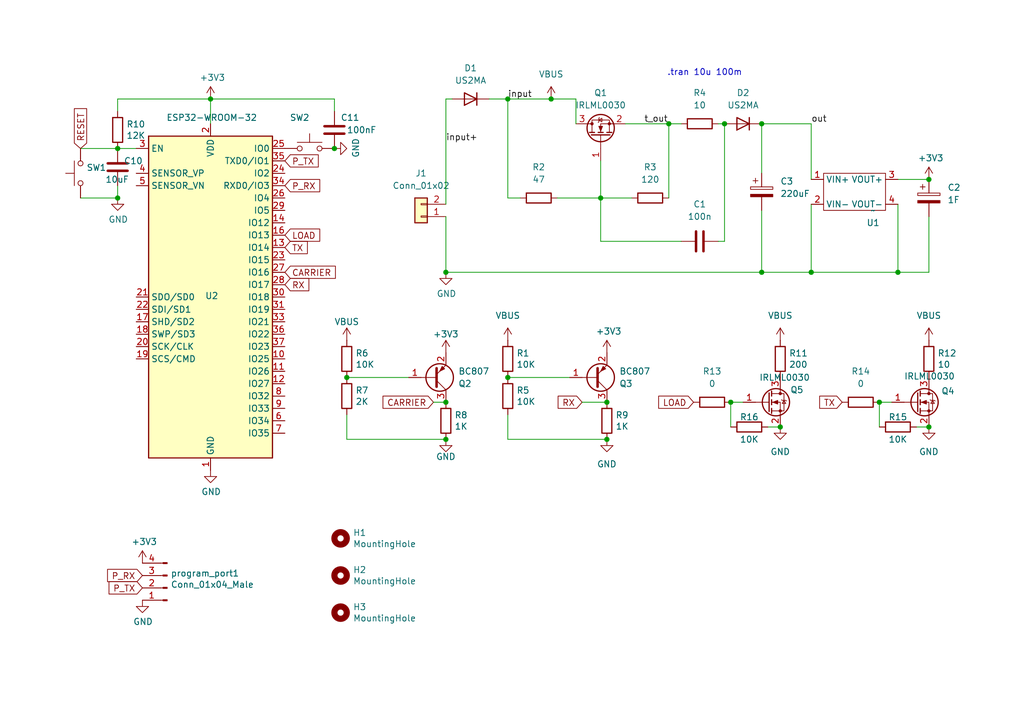
<source format=kicad_sch>
(kicad_sch (version 20250114) (generator "eeschema") (generator_version "9.0")
  (paper "A5")
  (title_block (title "Siedle In-Home Bus client") (date "2025-07-27") (rev "v4"))
  (lib_symbols
    (symbol "Connector:Conn_01x04_Male" (pin_names (offset 1.016) (hide yes))
      (property "Reference" "J" (at 0 5.08 0))
      (property "Value" "Conn_01x04_Male" (at 0 -7.62 0))
      (symbol "Conn_01x04_Male_1_1"
        (rectangle (start 0.8636 2.667) (end 0 2.413) (stroke (width 0.1524)) (fill (type outline)))
        (rectangle (start 0.8636 0.127) (end 0 -0.127) (stroke (width 0.1524)) (fill (type outline)))
        (rectangle (start 0.8636 -2.413) (end 0 -2.667) (stroke (width 0.1524)) (fill (type outline)))
        (rectangle (start 0.8636 -4.953) (end 0 -5.207) (stroke (width 0.1524)) (fill (type outline)))
        (polyline (pts (xy 1.27 2.54) (xy 0.8636 2.54)) (stroke (width 0.1524)))
        (polyline (pts (xy 1.27 0) (xy 0.8636 0)) (stroke (width 0.1524)))
        (polyline (pts (xy 1.27 -2.54) (xy 0.8636 -2.54)) (stroke (width 0.1524)))
        (polyline (pts (xy 1.27 -5.08) (xy 0.8636 -5.08)) (stroke (width 0.1524)))
        (pin passive line (at 5.08 2.54 180) (length 3.81) (name "Pin_1") (number "1"))
        (pin passive line (at 5.08 0 180) (length 3.81) (name "Pin_2") (number "2"))
        (pin passive line (at 5.08 -2.54 180) (length 3.81) (name "Pin_3") (number "3"))
        (pin passive line (at 5.08 -5.08 180) (length 3.81) (name "Pin_4") (number "4"))
      )
    )
    (symbol "Connector_Generic:Conn_01x02" (pin_names (offset 1.016) (hide yes))
      (property "Reference" "J" (at 0 2.54 0))
      (property "Value" "Conn_01x02" (at 0 -5.08 0))
      (symbol "Conn_01x02_1_1"
        (rectangle (start -1.27 1.27) (end 1.27 -3.81) (stroke (width 0.254)) (fill (type background)))
        (rectangle (start -1.27 0.127) (end 0 -0.127) (stroke (width 0.1524)))
        (rectangle (start -1.27 -2.413) (end 0 -2.667) (stroke (width 0.1524)))
        (pin passive line (at -5.08 0 0) (length 3.81) (name "Pin_1") (number "1"))
        (pin passive line (at -5.08 -2.54 0) (length 3.81) (name "Pin_2") (number "2"))
      )
    )
    (symbol "Converter_DCDC:Step-down_Buck_Power_MP1584EN_Module"
      (property "Reference" "MP1584" (at 0 0 0))
      (symbol "Step-down_Buck_Power_MP1584EN_Module_0_1"
        (rectangle (start -6.35 3.81) (end 6.35 -3.81))
      )
      (symbol "Step-down_Buck_Power_MP1584EN_Module_1_1"
        (pin input line (at -8.89 2.54 0) (length 2.54) (name "VIN-") (number "2"))
        (pin input line (at -8.89 -2.54 0) (length 2.54) (name "VIN+") (number "1"))
        (pin output line (at 8.89 2.54 180) (length 2.54) (name "VOUT-") (number "4"))
        (pin output line (at 8.89 -2.54 180) (length 2.54) (name "VOUT+") (number "3"))
      )
    )
    (symbol "Device:C" (pin_numbers (hide yes)) (pin_names (offset 0.254))
      (property "Reference" "C" (at 0.635 2.54 0))
      (property "Value" "C" (at 0.635 -2.54 0))
      (symbol "C_0_1"
        (polyline (pts (xy -2.032 0.762) (xy 2.032 0.762)) (stroke (width 0.508)))
        (polyline (pts (xy -2.032 -0.762) (xy 2.032 -0.762)) (stroke (width 0.508)))
      )
      (symbol "C_1_1"
        (pin passive line (at 0 3.81 270) (length 2.794) (name "~") (number "1"))
        (pin passive line (at 0 -3.81 90) (length 2.794) (name "~") (number "2"))
      )
    )
    (symbol "Device:C_Polarized" (pin_numbers (hide yes)) (pin_names (offset 0.254))
      (property "Reference" "C" (at 0.635 2.54 0))
      (property "Value" "C_Polarized" (at 0.635 -2.54 0))
      (symbol "C_Polarized_0_1"
        (rectangle (start -2.286 0.508) (end 2.286 1.016))
        (polyline (pts (xy -1.778 2.286) (xy -0.762 2.286)))
        (polyline (pts (xy -1.27 2.794) (xy -1.27 1.778)))
        (rectangle (start 2.286 -0.508) (end -2.286 -1.016) (fill (type outline)))
      )
      (symbol "C_Polarized_1_1"
        (pin passive line (at 0 3.81 270) (length 2.794) (name "~") (number "1"))
        (pin passive line (at 0 -3.81 90) (length 2.794) (name "~") (number "2"))
      )
    )
    (symbol "Device:R" (pin_numbers (hide yes)) (pin_names (offset 0))
      (property "Reference" "R" (at 2.032 0 90))
      (property "Value" "R" (at 0 0 90))
      (symbol "R_0_1"
        (rectangle (start -1.016 -2.54) (end 1.016 2.54) (stroke (width 0.254)))
      )
      (symbol "R_1_1"
        (pin passive line (at 0 3.81 270) (length 1.27) (name "~") (number "1"))
        (pin passive line (at 0 -3.81 90) (length 1.27) (name "~") (number "2"))
      )
    )
    (symbol "Diode:US2MA" (pin_numbers (hide yes)) (pin_names (hide yes))
      (property "Reference" "D" (at 0 2.54 0))
      (property "Value" "US2MA" (at 0 -2.54 0))
      (symbol "US2MA_0_1"
        (polyline (pts (xy -1.27 1.27) (xy -1.27 -1.27)) (stroke (width 0.254)))
        (polyline (pts (xy 1.27 1.27) (xy 1.27 -1.27) (xy -1.27 0) (xy 1.27 1.27)) (stroke (width 0.254)))
        (polyline (pts (xy 1.27 0) (xy -1.27 0)))
      )
      (symbol "US2MA_1_1"
        (pin passive line (at -3.81 0 0) (length 2.54) (name "K") (number "1"))
        (pin passive line (at 3.81 0 180) (length 2.54) (name "A") (number "2"))
      )
    )
    (symbol "GND_2" (power) (pin_numbers (hide yes)) (pin_names (offset 0) (hide yes))
      (property "Value" "GND" (at 0 -3.81 0))
      (symbol "GND_2_0_1"
        (polyline (pts (xy 0 0) (xy 0 -1.27) (xy 1.27 -1.27) (xy 0 -2.54) (xy -1.27 -1.27) (xy 0 -1.27)))
      )
      (symbol "GND_2_1_1"
        (pin power_in line (at 0 0 270) (length 0) (name "~") (number "1"))
      )
    )
    (symbol "Mechanical:MountingHole" (pin_names (offset 1.016))
      (property "Reference" "H" (at 0 5.08 0))
      (property "Value" "MountingHole" (at 0 3.175 0))
      (symbol "MountingHole_0_1"
        (circle (center 0 0) (radius 1.27) (stroke (width 1.27)))
      )
    )
    (symbol "RF_Module:ESP32-WROOM-32"
      (property "Reference" "U" (at -12.7 34.29 0))
      (property "Value" "ESP32-WROOM-32" (at 1.27 34.29 0))
      (symbol "ESP32-WROOM-32_0_1"
        (rectangle (start -12.7 33.02) (end 12.7 -33.02) (stroke (width 0.254)) (fill (type background)))
      )
      (symbol "ESP32-WROOM-32_1_1"
        (pin input line (at -15.24 30.48 0) (length 2.54) (name "EN") (number "3"))
        (pin input line (at -15.24 25.4 0) (length 2.54) (name "SENSOR_VP") (number "4"))
        (pin input line (at -15.24 22.86 0) (length 2.54) (name "SENSOR_VN") (number "5"))
        (pin bidirectional line (at -15.24 0 0) (length 2.54) (name "SDO/SD0") (number "21"))
        (pin bidirectional line (at -15.24 -2.54 0) (length 2.54) (name "SDI/SD1") (number "22"))
        (pin bidirectional line (at -15.24 -5.08 0) (length 2.54) (name "SHD/SD2") (number "17"))
        (pin bidirectional line (at -15.24 -7.62 0) (length 2.54) (name "SWP/SD3") (number "18"))
        (pin bidirectional line (at -15.24 -10.16 0) (length 2.54) (name "SCK/CLK") (number "20"))
        (pin bidirectional line (at -15.24 -12.7 0) (length 2.54) (name "SCS/CMD") (number "19"))
        (pin no_connect line (at -12.7 -27.94 0) (length 2.54) (hide yes) (name "NC") (number "32"))
        (pin power_in line (at 0 35.56 270) (length 2.54) (name "VDD") (number "2"))
        (pin power_in line (at 0 -35.56 90) (length 2.54) (name "GND") (number "1"))
        (pin passive line (at 0 -35.56 90) (length 2.54) (hide yes) (name "GND") (number "15"))
        (pin passive line (at 0 -35.56 90) (length 2.54) (hide yes) (name "GND") (number "38"))
        (pin passive line (at 0 -35.56 90) (length 2.54) (hide yes) (name "GND") (number "39"))
        (pin bidirectional line (at 15.24 30.48 180) (length 2.54) (name "IO0") (number "25"))
        (pin bidirectional line (at 15.24 27.94 180) (length 2.54) (name "TXD0/IO1") (number "35"))
        (pin bidirectional line (at 15.24 25.4 180) (length 2.54) (name "IO2") (number "24"))
        (pin bidirectional line (at 15.24 22.86 180) (length 2.54) (name "RXD0/IO3") (number "34"))
        (pin bidirectional line (at 15.24 20.32 180) (length 2.54) (name "IO4") (number "26"))
        (pin bidirectional line (at 15.24 17.78 180) (length 2.54) (name "IO5") (number "29"))
        (pin bidirectional line (at 15.24 15.24 180) (length 2.54) (name "IO12") (number "14"))
        (pin bidirectional line (at 15.24 12.7 180) (length 2.54) (name "IO13") (number "16"))
        (pin bidirectional line (at 15.24 10.16 180) (length 2.54) (name "IO14") (number "13"))
        (pin bidirectional line (at 15.24 7.62 180) (length 2.54) (name "IO15") (number "23"))
        (pin bidirectional line (at 15.24 5.08 180) (length 2.54) (name "IO16") (number "27"))
        (pin bidirectional line (at 15.24 2.54 180) (length 2.54) (name "IO17") (number "28"))
        (pin bidirectional line (at 15.24 0 180) (length 2.54) (name "IO18") (number "30"))
        (pin bidirectional line (at 15.24 -2.54 180) (length 2.54) (name "IO19") (number "31"))
        (pin bidirectional line (at 15.24 -5.08 180) (length 2.54) (name "IO21") (number "33"))
        (pin bidirectional line (at 15.24 -7.62 180) (length 2.54) (name "IO22") (number "36"))
        (pin bidirectional line (at 15.24 -10.16 180) (length 2.54) (name "IO23") (number "37"))
        (pin bidirectional line (at 15.24 -12.7 180) (length 2.54) (name "IO25") (number "10"))
        (pin bidirectional line (at 15.24 -15.24 180) (length 2.54) (name "IO26") (number "11"))
        (pin bidirectional line (at 15.24 -17.78 180) (length 2.54) (name "IO27") (number "12"))
        (pin bidirectional line (at 15.24 -20.32 180) (length 2.54) (name "IO32") (number "8"))
        (pin bidirectional line (at 15.24 -22.86 180) (length 2.54) (name "IO33") (number "9"))
        (pin input line (at 15.24 -25.4 180) (length 2.54) (name "IO34") (number "6"))
        (pin input line (at 15.24 -27.94 180) (length 2.54) (name "IO35") (number "7"))
      )
    )
    (symbol "Switch:SW_Push" (pin_numbers (hide yes)) (pin_names (offset 1.016) (hide yes))
      (property "Reference" "SW" (at 1.27 2.54 0))
      (property "Value" "SW_Push" (at 0 -1.524 0))
      (symbol "SW_Push_0_1"
        (circle (center -2.032 0) (radius 0.508))
        (polyline (pts (xy 0 1.27) (xy 0 3.048)))
        (circle (center 2.032 0) (radius 0.508))
        (polyline (pts (xy 2.54 1.27) (xy -2.54 1.27)))
        (pin passive line (at -5.08 0 0) (length 2.54) (name "1") (number "1"))
        (pin passive line (at 5.08 0 180) (length 2.54) (name "2") (number "2"))
      )
    )
    (symbol "Transistor_BJT:BC807" (pin_names (offset 0) (hide yes))
      (property "Reference" "Q" (at 5.08 1.905 0))
      (property "Value" "BC807" (at 5.08 0 0))
      (symbol "BC807_0_1"
        (polyline (pts (xy -2.54 0) (xy 0.635 0)))
        (polyline (pts (xy 0.635 1.905) (xy 0.635 -1.905)) (stroke (width 0.508)))
        (polyline (pts (xy 0.635 0.635) (xy 2.54 2.54)))
        (polyline (pts (xy 0.635 -0.635) (xy 2.54 -2.54)))
        (circle (center 1.27 0) (radius 2.8194) (stroke (width 0.254)))
        (polyline (pts (xy 2.286 -1.778) (xy 1.778 -2.286) (xy 1.27 -1.27) (xy 2.286 -1.778)) (fill (type outline)))
      )
      (symbol "BC807_1_1"
        (pin input line (at -5.08 0 0) (length 2.54) (name "B") (number "1"))
        (pin passive line (at 2.54 5.08 270) (length 2.54) (name "C") (number "3"))
        (pin passive line (at 2.54 -5.08 90) (length 2.54) (name "E") (number "2"))
      )
    )
    (symbol "Transistor_FET:IRLML2060" (pin_names (hide yes))
      (property "Reference" "Q" (at 5.08 1.905 0))
      (property "Value" "IRLML2060" (at 5.08 0 0))
      (symbol "IRLML2060_0_1"
        (polyline (pts (xy 0.254 1.905) (xy 0.254 -1.905)) (stroke (width 0.254)))
        (polyline (pts (xy 0.254 0) (xy -2.54 0)))
        (polyline (pts (xy 0.762 2.286) (xy 0.762 1.27)) (stroke (width 0.254)))
        (polyline (pts (xy 0.762 0.508) (xy 0.762 -0.508)) (stroke (width 0.254)))
        (polyline (pts (xy 0.762 -1.27) (xy 0.762 -2.286)) (stroke (width 0.254)))
        (polyline (pts (xy 0.762 -1.778) (xy 3.302 -1.778) (xy 3.302 1.778) (xy 0.762 1.778)))
        (polyline (pts (xy 1.016 0) (xy 2.032 0.381) (xy 2.032 -0.381) (xy 1.016 0)) (fill (type outline)))
        (circle (center 1.651 0) (radius 2.794) (stroke (width 0.254)))
        (polyline (pts (xy 2.54 2.54) (xy 2.54 1.778)))
        (circle (center 2.54 1.778) (radius 0.254) (fill (type outline)))
        (circle (center 2.54 -1.778) (radius 0.254) (fill (type outline)))
        (polyline (pts (xy 2.54 -2.54) (xy 2.54 0) (xy 0.762 0)))
        (polyline (pts (xy 2.794 0.508) (xy 2.921 0.381) (xy 3.683 0.381) (xy 3.81 0.254)))
        (polyline (pts (xy 3.302 0.381) (xy 2.921 -0.254) (xy 3.683 -0.254) (xy 3.302 0.381)))
      )
      (symbol "IRLML2060_1_1"
        (pin input line (at -5.08 0 0) (length 2.54) (name "G") (number "1"))
        (pin passive line (at 2.54 5.08 270) (length 2.54) (name "D") (number "3"))
        (pin passive line (at 2.54 -5.08 90) (length 2.54) (name "S") (number "2"))
      )
    )
    (symbol "power:+3.3V" (power) (pin_names (offset 0))
      (property "Value" "+3.3V" (at 0 3.556 0))
      (symbol "+3.3V_0_1"
        (polyline (pts (xy -0.762 1.27) (xy 0 2.54)))
        (polyline (pts (xy 0 2.54) (xy 0.762 1.27)))
        (polyline (pts (xy 0 0) (xy 0 2.54)))
      )
      (symbol "+3.3V_1_1"
        (pin power_in line (at 0 0 90) (length 0) (hide yes) (name "+3V3") (number "1"))
      )
    )
    (symbol "power:GND" (power) (pin_names (offset 0))
      (property "Value" "GND" (at 0 -3.81 0))
      (symbol "GND_0_1"
        (polyline (pts (xy 0 0) (xy 0 -1.27) (xy 1.27 -1.27) (xy 0 -2.54) (xy -1.27 -1.27) (xy 0 -1.27)))
      )
      (symbol "GND_1_1"
        (pin power_in line (at 0 0 270) (length 0) (hide yes) (name "GND") (number "1"))
      )
    )
    (symbol "power:VBUS" (power) (pin_numbers (hide yes)) (pin_names (offset 0) (hide yes))
      (property "Value" "VBUS" (at 0 3.556 0))
      (symbol "VBUS_0_1"
        (polyline (pts (xy -0.762 1.27) (xy 0 2.54)))
        (polyline (pts (xy 0 2.54) (xy 0.762 1.27)))
        (polyline (pts (xy 0 0) (xy 0 2.54)))
      )
      (symbol "VBUS_1_1"
        (pin power_in line (at 0 0 90) (length 0) (name "~") (number "1"))
      )
    )
  )
  (text ".tran 10u 100m" (at 144.526 14.986 0) (effects (font (size 1.27 1.27))))
  (junction (at 104.14 77.47))
  (junction (at 43.18 20.32))
  (junction (at 180.34 82.55))
  (junction (at 24.13 40.64))
  (junction (at 91.44 90.17))
  (junction (at 149.86 82.55))
  (junction (at 71.12 77.47))
  (junction (at 190.5 36.83))
  (junction (at 160.02 87.63))
  (junction (at 104.14 20.32))
  (junction (at 124.46 82.55))
  (junction (at 156.21 25.4))
  (junction (at 184.15 55.88))
  (junction (at 166.37 55.88))
  (junction (at 91.44 82.55))
  (junction (at 148.59 25.4))
  (junction (at 113.03 20.32))
  (junction (at 68.58 30.48))
  (junction (at 124.46 90.17))
  (junction (at 91.44 55.88))
  (junction (at 123.19 40.64))
  (junction (at 190.5 87.63))
  (junction (at 156.21 55.88))
  (junction (at 24.13 30.48))
  (junction (at 137.16 25.4))
  (wire (pts (xy 147.32 49.53) (xy 148.59 49.53)))
  (wire (pts (xy 24.13 22.86) (xy 24.13 20.32)))
  (wire (pts (xy 88.9 82.55) (xy 91.44 82.55)))
  (wire (pts (xy 190.5 44.45) (xy 190.5 55.88)))
  (wire (pts (xy 68.58 20.32) (xy 68.58 22.86)))
  (wire (pts (xy 91.44 44.45) (xy 91.44 55.88)))
  (wire (pts (xy 137.16 25.4) (xy 139.7 25.4)))
  (wire (pts (xy 156.21 25.4) (xy 156.21 35.56)))
  (wire (pts (xy 147.32 25.4) (xy 148.59 25.4)))
  (wire (pts (xy 119.38 82.55) (xy 124.46 82.55)))
  (wire (pts (xy 43.18 20.32) (xy 68.58 20.32)))
  (wire (pts (xy 91.44 41.91) (xy 91.44 20.32)))
  (wire (pts (xy 149.86 82.55) (xy 152.4 82.55)))
  (wire (pts (xy 16.51 40.64) (xy 24.13 40.64)))
  (wire (pts (xy 156.21 55.88) (xy 166.37 55.88)))
  (wire (pts (xy 128.27 25.4) (xy 137.16 25.4)))
  (wire (pts (xy 104.14 20.32) (xy 113.03 20.32)))
  (wire (pts (xy 71.12 85.09) (xy 71.12 90.17)))
  (wire (pts (xy 104.14 85.09) (xy 104.14 90.17)))
  (wire (pts (xy 24.13 30.48) (xy 27.94 30.48)))
  (wire (pts (xy 118.11 20.32) (xy 118.11 25.4)))
  (wire (pts (xy 91.44 20.32) (xy 92.71 20.32)))
  (wire (pts (xy 123.19 40.64) (xy 123.19 49.53)))
  (wire (pts (xy 137.16 25.4) (xy 137.16 40.64)))
  (wire (pts (xy 71.12 90.17) (xy 91.44 90.17)))
  (wire (pts (xy 100.33 20.32) (xy 104.14 20.32)))
  (wire (pts (xy 104.14 77.47) (xy 116.84 77.47)))
  (wire (pts (xy 104.14 40.64) (xy 106.68 40.64)))
  (wire (pts (xy 180.34 82.55) (xy 180.34 87.63)))
  (wire (pts (xy 113.03 20.32) (xy 118.11 20.32)))
  (wire (pts (xy 148.59 49.53) (xy 148.59 25.4)))
  (wire (pts (xy 24.13 20.32) (xy 43.18 20.32)))
  (wire (pts (xy 104.14 20.32) (xy 104.14 40.64)))
  (wire (pts (xy 166.37 25.4) (xy 156.21 25.4)))
  (wire (pts (xy 187.96 87.63) (xy 190.5 87.63)))
  (wire (pts (xy 156.21 43.18) (xy 156.21 55.88)))
  (wire (pts (xy 114.3 40.64) (xy 123.19 40.64)))
  (wire (pts (xy 184.15 41.91) (xy 184.15 55.88)))
  (wire (pts (xy 149.86 82.55) (xy 149.86 87.63)))
  (wire (pts (xy 166.37 55.88) (xy 184.15 55.88)))
  (wire (pts (xy 91.44 55.88) (xy 156.21 55.88)))
  (wire (pts (xy 104.14 90.17) (xy 124.46 90.17)))
  (wire (pts (xy 123.19 40.64) (xy 129.54 40.64)))
  (wire (pts (xy 123.19 33.02) (xy 123.19 40.64)))
  (wire (pts (xy 24.13 40.64) (xy 24.13 38.1)))
  (wire (pts (xy 190.5 55.88) (xy 184.15 55.88)))
  (wire (pts (xy 43.18 20.32) (xy 43.18 25.4)))
  (wire (pts (xy 180.34 82.55) (xy 182.88 82.55)))
  (wire (pts (xy 166.37 41.91) (xy 166.37 55.88)))
  (wire (pts (xy 71.12 77.47) (xy 83.82 77.47)))
  (wire (pts (xy 157.48 87.63) (xy 160.02 87.63)))
  (wire (pts (xy 16.51 30.48) (xy 24.13 30.48)))
  (wire (pts (xy 123.19 49.53) (xy 139.7 49.53)))
  (wire (pts (xy 184.15 36.83) (xy 190.5 36.83)))
  (wire (pts (xy 166.37 36.83) (xy 166.37 25.4)))
  (label "input" (at 104.14 20.32 0))
  (label "t_out" (at 132.08 25.4 0))
  (label "input+" (at 91.44 29.21 0))
  (label "out" (at 166.37 25.4 0))
  (global_label "RX" (shape input) (at 58.42 58.42 0) (property "Intersheetrefs" "${INTERSHEET_REFS}" (effects (hide yes))))
  (global_label "P_TX" (shape input) (at 58.42 33.02 0) (property "Intersheetrefs" "${INTERSHEET_REFS}" (effects (hide yes))))
  (global_label "LOAD" (shape input) (at 142.24 82.55 180) (property "Intersheetrefs" "${INTERSHEET_REFS}" (effects (hide yes))))
  (global_label "P_RX" (shape input) (at 58.42 38.1 0) (property "Intersheetrefs" "${INTERSHEET_REFS}" (effects (hide yes))))
  (global_label "RESET" (shape input) (at 16.51 30.48 90) (property "Intersheetrefs" "${INTERSHEET_REFS}" (effects (hide yes))))
  (global_label "LOAD" (shape input) (at 58.42 48.26 0) (property "Intersheetrefs" "${INTERSHEET_REFS}" (effects (hide yes))))
  (global_label "P_TX" (shape input) (at 29.21 120.65 180) (property "Intersheetrefs" "${INTERSHEET_REFS}" (effects (hide yes))))
  (global_label "CARRIER" (shape input) (at 58.42 55.88 0) (property "Intersheetrefs" "${INTERSHEET_REFS}" (effects (hide yes))))
  (global_label "TX" (shape input) (at 58.42 50.8 0) (property "Intersheetrefs" "${INTERSHEET_REFS}" (effects (hide yes))))
  (global_label "P_RX" (shape input) (at 29.21 118.11 180) (property "Intersheetrefs" "${INTERSHEET_REFS}" (effects (hide yes))))
  (global_label "CARRIER" (shape input) (at 88.9 82.55 180) (property "Intersheetrefs" "${INTERSHEET_REFS}" (effects (hide yes))))
  (global_label "TX" (shape input) (at 172.72 82.55 180) (property "Intersheetrefs" "${INTERSHEET_REFS}" (effects (hide yes))))
  (global_label "RX" (shape input) (at 119.38 82.55 180) (property "Intersheetrefs" "${INTERSHEET_REFS}" (effects (hide yes))))
  (symbol (lib_id "Switch:SW_Push") (at 16.51 35.56 90) (unit 1)
    (property "Reference" "SW1" (at 17.7292 34.3916 90) (effects (justify right)))
    (property "Value" "RESET" (effects (hide yes)))
    (property "Footprint" "Button_Switch_SMD:SW_SPST_PTS810" (effects (hide yes)))
  )
  (symbol (lib_id "Device:R") (at 110.49 40.64 90) (unit 1)
    (property "Reference" "R2" (at 110.49 34.29 90))
    (property "Value" "47" (at 110.49 36.83 90))
    (property "Footprint" "Resistor_SMD:R_0805_2012Metric" (effects (hide yes)))
    (property "Description" "Resistor" (effects (hide yes)))
  )
  (symbol (lib_id "Connector:Conn_01x04_Male") (at 34.29 120.65 180) (unit 1)
    (property "Reference" "program_port1" (at 35.0012 117.6528 0) (effects (justify right)))
    (property "Value" "Conn_01x04_Male" (at 35.0012 119.9642 0) (effects (justify right)))
    (property "Footprint" "Connector_PinHeader_2.54mm:PinHeader_1x04_P2.54mm_Vertical" (effects (hide yes)))
  )
  (symbol (lib_id "power:VBUS") (at 160.02 69.85 0) (unit 1)
    (property "Reference" "#PWR012" (effects (hide yes)))
    (property "Value" "VBUS" (at 160.02 64.77 0))
    (property "Description" "Power symbol creates a global label with name \"VBUS\"" (effects (hide yes)))
  )
  (symbol (lib_id "Diode:US2MA") (at 96.52 20.32 180) (unit 1)
    (property "Reference" "D1" (at 96.52 13.97 0))
    (property "Value" "US2MA" (at 96.52 16.51 0))
    (property "Footprint" "Diode_SMD:D_SMA" (effects (hide yes)))
    (property "Datasheet" "https://www.onsemi.com/pub/Collateral/US2AA-D.PDF" (effects (hide yes)))
    (property "Description" "1000V, 1.5A, General Purpose Rectifier Diode, SMA(DO-214AC)" (effects (hide yes)))
    (property "Sim.Device" "D" (effects (hide yes)))
    (property "Sim.Pins" "1=K 2=A" (effects (hide yes)))
  )
  (symbol (lib_id "Device:C_Polarized") (at 156.21 39.37 0) (unit 1)
    (property "Reference" "C3" (at 160.02 37.2109 0) (effects (justify left)))
    (property "Value" "220uF" (at 160.02 39.7509 0) (effects (justify left)))
    (property "Footprint" "Capacitor_SMD:CP_Elec_8x10.5" (effects (hide yes)))
    (property "Description" "Polarized capacitor" (effects (hide yes)))
  )
  (symbol (lib_id "Device:R") (at 190.5 73.66 0) (unit 1)
    (property "Reference" "R12" (at 192.278 72.4916 0) (effects (justify left)))
    (property "Value" "10" (at 192.278 74.803 0) (effects (justify left)))
    (property "Footprint" "Resistor_SMD:R_0805_2012Metric" (effects (hide yes)))
  )
  (symbol (lib_id "Transistor_BJT:BC807") (at 88.9 77.47 0) (mirror x) (unit 1)
    (property "Reference" "Q2" (at 93.98 78.7401 0) (effects (justify left)))
    (property "Value" "BC807" (at 93.98 76.2001 0) (effects (justify left)))
    (property "Footprint" "Package_TO_SOT_SMD:SOT-23" (effects (hide yes)))
    (property "Datasheet" "https://www.onsemi.com/pub/Collateral/BC808-D.pdf" (effects (hide yes)))
    (property "Description" "0.8A Ic, 45V Vce, PNP Transistor, SOT-23" (effects (hide yes)))
  )
  (symbol (lib_id "Device:R") (at 104.14 81.28 0) (unit 1)
    (property "Reference" "R5" (at 105.918 80.1116 0) (effects (justify left)))
    (property "Value" "10K" (at 105.918 82.423 0) (effects (justify left)))
    (property "Footprint" "Resistor_SMD:R_0805_2012Metric" (effects (hide yes)))
  )
  (symbol (lib_id "power:+3.3V") (at 29.21 115.57 0) (unit 1)
    (property "Reference" "#PWR0102" (effects (hide yes)))
    (property "Value" "+3V3" (at 29.591 111.1758 0))
  )
  (symbol (lib_id "Device:C") (at 68.58 26.67 180) (unit 1)
    (property "Reference" "C11" (at 69.85 24.13 0) (effects (justify right)))
    (property "Value" "100nF" (at 71.12 26.67 0) (effects (justify right)))
    (property "Footprint" "Capacitor_SMD:C_0805_2012Metric" (effects (hide yes)))
  )
  (symbol (lib_id "Mechanical:MountingHole") (at 69.85 118.11 0) (unit 1)
    (property "Reference" "H2" (at 72.39 116.9416 0) (effects (justify left)))
    (property "Value" "MountingHole" (at 72.39 119.253 0) (effects (justify left)))
    (property "Footprint" "MountingHole:MountingHole_2.2mm_M2" (effects (hide yes)))
  )
  (symbol (lib_name "GND_2") (lib_id "power:GND") (at 91.44 90.17 0) (unit 1)
    (property "Reference" "#PWR010" (effects (hide yes)))
    (property "Value" "GND" (at 91.44 93.726 0))
    (property "Description" "Power symbol creates a global label with name \"GND\" , ground" (effects (hide yes)))
  )
  (symbol (lib_id "Device:R") (at 153.67 87.63 90) (unit 1)
    (property "Reference" "R16" (at 153.67 85.598 90))
    (property "Value" "10K" (at 153.67 90.17 90))
    (property "Footprint" "Resistor_SMD:R_0805_2012Metric" (effects (hide yes)))
    (property "Description" "Resistor" (effects (hide yes)))
  )
  (symbol (lib_name "GND_2") (lib_id "power:GND") (at 160.02 87.63 0) (unit 1)
    (property "Reference" "#PWR08" (effects (hide yes)))
    (property "Value" "GND" (at 160.02 92.71 0))
    (property "Description" "Power symbol creates a global label with name \"GND\" , ground" (effects (hide yes)))
  )
  (symbol (lib_id "power:GND") (at 91.44 55.88 0) (unit 1)
    (property "Reference" "#PWR01" (effects (hide yes)))
    (property "Value" "GND" (at 91.567 60.2742 0))
  )
  (symbol (lib_id "RF_Module:ESP32-WROOM-32") (at 43.18 60.96 0) (unit 1)
    (property "Reference" "U2" (at 43.434 60.706 0))
    (property "Value" "ESP32-WROOM-32" (at 43.434 24.13 0))
    (property "Footprint" "RF_Module:ESP32-WROOM-32" (effects (hide yes)))
    (property "Datasheet" "https://www.espressif.com/sites/default/files/documentation/esp32-wroom-32_datasheet_en.pdf" (effects (hide yes)))
  )
  (symbol (lib_id "Device:R") (at 146.05 82.55 90) (unit 1)
    (property "Reference" "R13" (at 146.05 76.2 90))
    (property "Value" "0" (at 146.05 78.74 90))
    (property "Footprint" "Resistor_SMD:R_0805_2012Metric" (effects (hide yes)))
    (property "Description" "Resistor" (effects (hide yes)))
  )
  (symbol (lib_id "power:VBUS") (at 104.14 69.85 0) (unit 1)
    (property "Reference" "#PWR05" (effects (hide yes)))
    (property "Value" "VBUS" (at 104.14 64.77 0))
    (property "Description" "Power symbol creates a global label with name \"VBUS\"" (effects (hide yes)))
  )
  (symbol (lib_id "Mechanical:MountingHole") (at 69.85 110.49 0) (unit 1)
    (property "Reference" "H1" (at 72.39 109.3216 0) (effects (justify left)))
    (property "Value" "MountingHole" (at 72.39 111.633 0) (effects (justify left)))
    (property "Footprint" "MountingHole:MountingHole_2.2mm_M2" (effects (hide yes)))
  )
  (symbol (lib_id "power:GND") (at 68.58 30.48 90) (unit 1)
    (property "Reference" "#PWR0108" (effects (hide yes)))
    (property "Value" "GND" (at 72.9742 30.353 0))
  )
  (symbol (lib_id "Transistor_FET:IRLML2060") (at 123.19 27.94 90) (unit 1)
    (property "Reference" "Q1" (at 123.19 19.05 90))
    (property "Value" "IRLML0030" (at 123.19 21.59 90))
    (property "Footprint" "Package_TO_SOT_SMD:SOT-23" (effects (hide yes)))
    (property "Datasheet" "https://www.infineon.com/dgdl/irlml2060pbf.pdf?fileId=5546d462533600a401535664b7fb25ee" (effects (hide yes)))
    (property "Description" "1.2A Id, 60V Vds, 480mOhm Rds, N-Channel HEXFET Power MOSFET, SOT-23" (effects (hide yes)))
    (property "Sim.Library" "/Users/angel/Downloads/irlz34n.spi" (effects (hide yes)))
    (property "Sim.Name" "irlz34n" (effects (hide yes)))
    (property "Sim.Device" "SUBCKT" (effects (hide yes)))
    (property "Sim.Pins" "1=1 2=2 3=3" (effects (hide yes)))
  )
  (symbol (lib_id "power:VBUS") (at 113.03 20.32 0) (unit 1)
    (property "Reference" "#PWR06" (effects (hide yes)))
    (property "Value" "VBUS" (at 113.03 15.24 0))
    (property "Description" "Power symbol creates a global label with name \"VBUS\"" (effects (hide yes)))
  )
  (symbol (lib_id "power:+3.3V") (at 124.46 72.39 0) (unit 1)
    (property "Reference" "#PWR04" (effects (hide yes)))
    (property "Value" "+3V3" (at 124.841 67.9958 0))
  )
  (symbol (lib_id "power:GND") (at 29.21 123.19 0) (unit 1)
    (property "Reference" "#PWR0101" (effects (hide yes)))
    (property "Value" "GND" (at 29.337 127.5842 0))
  )
  (symbol (lib_id "Device:R") (at 24.13 26.67 0) (unit 1)
    (property "Reference" "R10" (at 25.908 25.5016 0) (effects (justify left)))
    (property "Value" "12K" (at 25.908 27.813 0) (effects (justify left)))
    (property "Footprint" "Resistor_SMD:R_0805_2012Metric" (effects (hide yes)))
  )
  (symbol (lib_id "power:VBUS") (at 71.12 69.85 0) (unit 1)
    (property "Reference" "#PWR03" (effects (hide yes)))
    (property "Value" "VBUS" (at 71.12 66.04 0))
    (property "Description" "Power symbol creates a global label with name \"VBUS\"" (effects (hide yes)))
  )
  (symbol (lib_id "Device:R") (at 104.14 73.66 0) (unit 1)
    (property "Reference" "R1" (at 105.918 72.4916 0) (effects (justify left)))
    (property "Value" "10K" (at 105.918 74.803 0) (effects (justify left)))
    (property "Footprint" "Resistor_SMD:R_0805_2012Metric" (effects (hide yes)))
  )
  (symbol (lib_id "Mechanical:MountingHole") (at 69.85 125.73 0) (unit 1)
    (property "Reference" "H3" (at 72.39 124.5616 0) (effects (justify left)))
    (property "Value" "MountingHole" (at 72.39 126.873 0) (effects (justify left)))
    (property "Footprint" "MountingHole:MountingHole_2.2mm_M2" (effects (hide yes)))
  )
  (symbol (lib_id "power:VBUS") (at 190.5 69.85 0) (unit 1)
    (property "Reference" "#PWR013" (effects (hide yes)))
    (property "Value" "VBUS" (at 190.5 64.77 0))
    (property "Description" "Power symbol creates a global label with name \"VBUS\"" (effects (hide yes)))
  )
  (symbol (lib_id "Device:R") (at 91.44 86.36 0) (unit 1)
    (property "Reference" "R8" (at 93.218 85.1916 0) (effects (justify left)))
    (property "Value" "1K" (at 93.218 87.503 0) (effects (justify left)))
    (property "Footprint" "Resistor_SMD:R_0805_2012Metric" (effects (hide yes)))
  )
  (symbol (lib_name "GND_2") (lib_id "power:GND") (at 190.5 87.63 0) (unit 1)
    (property "Reference" "#PWR09" (effects (hide yes)))
    (property "Value" "GND" (at 190.5 92.71 0))
    (property "Description" "Power symbol creates a global label with name \"GND\" , ground" (effects (hide yes)))
  )
  (symbol (lib_id "Switch:SW_Push") (at 63.5 30.48 0) (unit 1)
    (property "Reference" "SW2" (at 63.5 24.13 0) (effects (justify right)))
    (property "Value" "BOOT" (effects (hide yes)))
    (property "Footprint" "Button_Switch_SMD:SW_SPST_PTS810" (effects (hide yes)))
  )
  (symbol (lib_id "power:+3.3V") (at 190.5 36.83 0) (unit 1)
    (property "Reference" "#PWR02" (effects (hide yes)))
    (property "Value" "+3V3" (at 190.881 32.4358 0))
  )
  (symbol (lib_id "Transistor_FET:IRLML2060") (at 157.48 82.55 0) (unit 1)
    (property "Reference" "Q5" (at 162.052 80.01 0) (effects (justify left)))
    (property "Value" "IRLML0030" (at 155.702 77.47 0) (effects (justify left)))
    (property "Footprint" "Package_TO_SOT_SMD:SOT-23" (effects (hide yes)))
    (property "Datasheet" "https://www.infineon.com/dgdl/irlml2060pbf.pdf?fileId=5546d462533600a401535664b7fb25ee" (effects (hide yes)))
    (property "Description" "1.2A Id, 60V Vds, 480mOhm Rds, N-Channel HEXFET Power MOSFET, SOT-23" (effects (hide yes)))
    (property "Sim.Library" "/Users/angel/Downloads/irlz34n.spi" (effects (hide yes)))
    (property "Sim.Name" "irlz34n" (effects (hide yes)))
    (property "Sim.Device" "SUBCKT" (effects (hide yes)))
    (property "Sim.Pins" "1=1 2=2 3=3" (effects (hide yes)))
  )
  (symbol (lib_id "power:GND") (at 24.13 40.64 0) (unit 1)
    (property "Reference" "#PWR0111" (effects (hide yes)))
    (property "Value" "GND" (at 24.257 45.0342 0))
  )
  (symbol (lib_id "Diode:US2MA") (at 152.4 25.4 180) (unit 1)
    (property "Reference" "D2" (at 152.4 19.05 0))
    (property "Value" "US2MA" (at 152.4 21.59 0))
    (property "Footprint" "Diode_SMD:D_SMA" (effects (hide yes)))
    (property "Datasheet" "https://www.onsemi.com/pub/Collateral/US2AA-D.PDF" (effects (hide yes)))
    (property "Description" "1000V, 1.5A, General Purpose Rectifier Diode, SMA(DO-214AC)" (effects (hide yes)))
    (property "Sim.Device" "D" (effects (hide yes)))
    (property "Sim.Pins" "1=K 2=A" (effects (hide yes)))
  )
  (symbol (lib_id "Device:C_Polarized") (at 190.5 40.64 0) (unit 1)
    (property "Reference" "C2" (at 194.31 38.4809 0) (effects (justify left)))
    (property "Value" "1F" (at 194.31 41.0209 0) (effects (justify left)))
    (property "Footprint" "Capacitor_THT:CP_Radial_Tantal_D20.5mm_P5.00mm" (effects (hide yes)))
    (property "Description" "Polarized capacitor" (effects (hide yes)))
  )
  (symbol (lib_id "Device:R") (at 143.51 25.4 90) (unit 1)
    (property "Reference" "R4" (at 143.51 19.05 90))
    (property "Value" "10" (at 143.51 21.59 90))
    (property "Footprint" "Resistor_SMD:R_0805_2012Metric" (effects (hide yes)))
    (property "Description" "Resistor" (effects (hide yes)))
  )
  (symbol (lib_id "Device:R") (at 176.53 82.55 90) (unit 1)
    (property "Reference" "R14" (at 176.53 76.2 90))
    (property "Value" "0" (at 176.53 78.74 90))
    (property "Footprint" "Resistor_SMD:R_0805_2012Metric" (effects (hide yes)))
    (property "Description" "Resistor" (effects (hide yes)))
  )
  (symbol (lib_id "Device:R") (at 160.02 73.66 0) (unit 1)
    (property "Reference" "R11" (at 161.798 72.4916 0) (effects (justify left)))
    (property "Value" "200" (at 161.798 74.803 0) (effects (justify left)))
    (property "Footprint" "Resistor_SMD:R_0805_2012Metric" (effects (hide yes)))
  )
  (symbol (lib_id "Transistor_FET:IRLML2060") (at 187.96 82.55 0) (unit 1)
    (property "Reference" "Q4" (at 193.04 80.264 0) (effects (justify left)))
    (property "Value" "IRLML0030" (at 185.42 77.216 0) (effects (justify left)))
    (property "Footprint" "Package_TO_SOT_SMD:SOT-23" (effects (hide yes)))
    (property "Datasheet" "https://www.infineon.com/dgdl/irlml2060pbf.pdf?fileId=5546d462533600a401535664b7fb25ee" (effects (hide yes)))
    (property "Description" "1.2A Id, 60V Vds, 480mOhm Rds, N-Channel HEXFET Power MOSFET, SOT-23" (effects (hide yes)))
    (property "Sim.Library" "/Users/angel/Downloads/irlz34n.spi" (effects (hide yes)))
    (property "Sim.Name" "irlz34n" (effects (hide yes)))
    (property "Sim.Device" "SUBCKT" (effects (hide yes)))
    (property "Sim.Pins" "1=1 2=2 3=3" (effects (hide yes)))
  )
  (symbol (lib_id "Device:R") (at 71.12 73.66 0) (unit 1)
    (property "Reference" "R6" (at 72.898 72.4916 0) (effects (justify left)))
    (property "Value" "10K" (at 72.898 74.803 0) (effects (justify left)))
    (property "Footprint" "Resistor_SMD:R_0805_2012Metric" (effects (hide yes)))
  )
  (symbol (lib_id "Device:R") (at 71.12 81.28 0) (unit 1)
    (property "Reference" "R7" (at 72.898 80.1116 0) (effects (justify left)))
    (property "Value" "2K" (at 72.898 82.423 0) (effects (justify left)))
    (property "Footprint" "Resistor_SMD:R_0805_2012Metric" (effects (hide yes)))
  )
  (symbol (lib_id "power:GND") (at 43.18 96.52 0) (unit 1)
    (property "Reference" "#PWR0105" (effects (hide yes)))
    (property "Value" "GND" (at 43.307 100.9142 0))
  )
  (symbol (lib_id "Device:R") (at 124.46 86.36 0) (unit 1)
    (property "Reference" "R9" (at 126.238 85.1916 0) (effects (justify left)))
    (property "Value" "1K" (at 126.238 87.503 0) (effects (justify left)))
    (property "Footprint" "Resistor_SMD:R_0805_2012Metric" (effects (hide yes)))
  )
  (symbol (lib_id "power:+3.3V") (at 91.44 72.39 0) (unit 1)
    (property "Reference" "#PWR07" (effects (hide yes)))
    (property "Value" "+3V3" (at 91.44 68.58 0))
  )
  (symbol (lib_id "power:+3.3V") (at 43.18 20.32 0) (unit 1)
    (property "Reference" "#PWR0110" (effects (hide yes)))
    (property "Value" "+3V3" (at 43.561 15.9258 0))
  )
  (symbol (lib_id "Connector_Generic:Conn_01x02") (at 86.36 44.45 180) (unit 1)
    (property "Reference" "J1" (at 86.36 35.56 0))
    (property "Value" "Conn_01x02" (at 86.36 38.1 0))
    (property "Footprint" "Connector_Phoenix_MC_HighVoltage:PhoenixContact_MCV_1,5_2-G-5.08_1x02_P5.08mm_Vertical" (effects (hide yes)))
    (property "Description" "Generic connector, single row, 01x02, script generated (kicad-library-utils/schlib/autogen/connector/)" (effects (hide yes)))
  )
  (symbol (lib_id "Device:C") (at 24.13 34.29 180) (unit 1)
    (property "Reference" "C10" (at 25.4 33.02 0) (effects (justify right)))
    (property "Value" "10uF" (at 21.59 36.83 0) (effects (justify right)))
    (property "Footprint" "Capacitor_SMD:C_0805_2012Metric" (effects (hide yes)))
  )
  (symbol (lib_id "Converter_DCDC:Step-down_Buck_Power_MP1584EN_Module") (at 175.26 39.37 0) (mirror x) (unit 1)
    (property "Reference" "U1" (at 179.07 45.72 0))
    (property "Value" "~" (at 179.07 43.18 0))
    (property "Footprint" "Converter_DCDC:SRT_MPT1584EN_Module" (effects (hide yes)))
  )
  (symbol (lib_name "GND_2") (lib_id "power:GND") (at 124.46 90.17 0) (unit 1)
    (property "Reference" "#PWR011" (effects (hide yes)))
    (property "Value" "GND" (at 124.46 95.25 0))
    (property "Description" "Power symbol creates a global label with name \"GND\" , ground" (effects (hide yes)))
  )
  (symbol (lib_id "Transistor_BJT:BC807") (at 121.92 77.47 0) (mirror x) (unit 1)
    (property "Reference" "Q3" (at 127 78.7401 0) (effects (justify left)))
    (property "Value" "BC807" (at 127 76.2001 0) (effects (justify left)))
    (property "Footprint" "Package_TO_SOT_SMD:SOT-23" (effects (hide yes)))
    (property "Datasheet" "https://www.onsemi.com/pub/Collateral/BC808-D.pdf" (effects (hide yes)))
    (property "Description" "0.8A Ic, 45V Vce, PNP Transistor, SOT-23" (effects (hide yes)))
  )
  (symbol (lib_id "Device:C") (at 143.51 49.53 90) (unit 1)
    (property "Reference" "C1" (at 143.51 41.91 90))
    (property "Value" "100n" (at 143.51 44.45 90))
    (property "Footprint" "Capacitor_SMD:C_0805_2012Metric" (effects (hide yes)))
    (property "Description" "Unpolarized capacitor" (effects (hide yes)))
  )
  (symbol (lib_id "Device:R") (at 184.15 87.63 90) (unit 1)
    (property "Reference" "R15" (at 184.15 85.598 90))
    (property "Value" "10K" (at 184.15 90.17 90))
    (property "Footprint" "Resistor_SMD:R_0805_2012Metric" (effects (hide yes)))
    (property "Description" "Resistor" (effects (hide yes)))
  )
  (symbol (lib_id "Device:R") (at 133.35 40.64 90) (unit 1)
    (property "Reference" "R3" (at 133.35 34.29 90))
    (property "Value" "120" (at 133.35 36.83 90))
    (property "Footprint" "Resistor_SMD:R_0805_2012Metric" (effects (hide yes)))
    (property "Description" "Resistor" (effects (hide yes)))
  )
)
</source>
